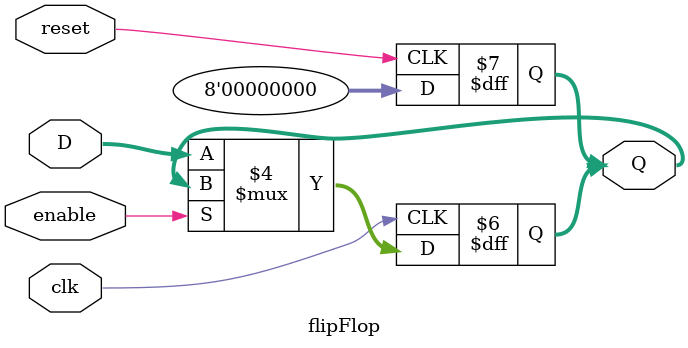
<source format=v>
`timescale 1ns / 1ps


module flipFlop(D, enable, reset, Q,clk);
input [7:0]D;
input enable;
input reset;
input clk;
output reg [7:0]Q;

always@(posedge reset)begin
    Q <= 7'b0;
    end

always@(posedge clk)begin
    if(enable)
        Q <= Q;
    else
        Q <= D;
   end
endmodule

</source>
